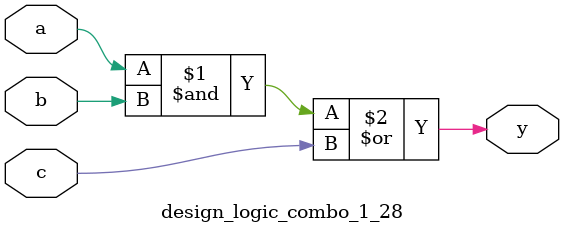
<source format=sv>
module design_logic_combo_1_28(input logic a,b,c, output logic y);
  assign y = (a & b) | c;
endmodule

</source>
